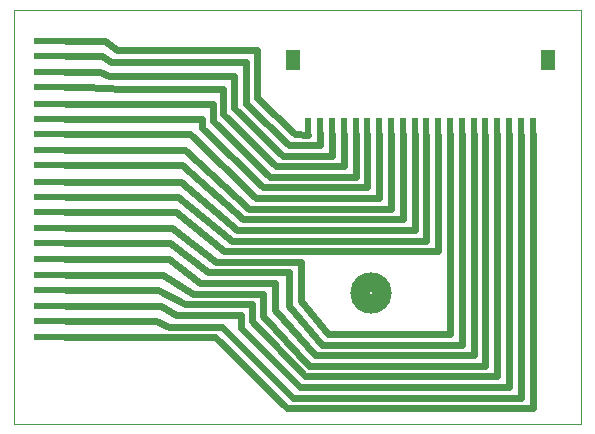
<source format=gbr>
%FSLAX34Y34*%
%MOMM*%
%LNCOPPER_TOP*%
G71*
G01*
%ADD10C, 0.00*%
%ADD11R, 1.20X1.80*%
%ADD12R, 0.60X1.60*%
%ADD13C, 3.50*%
%ADD14C, 0.60*%
%ADD15R, 3.00X0.60*%
%ADD16C, 0.30*%
%LPD*%
G54D10*
X0Y350000D02*
X480000Y350000D01*
X480000Y0D01*
X0Y0D01*
X0Y350000D01*
X452000Y308000D02*
G54D11*
D03*
X236000Y308000D02*
G54D11*
D03*
X439000Y251000D02*
G54D12*
D03*
X429000Y251000D02*
G54D12*
D03*
X419000Y251000D02*
G54D12*
D03*
X409000Y251000D02*
G54D12*
D03*
X399000Y251000D02*
G54D12*
D03*
X389000Y251000D02*
G54D12*
D03*
X379000Y251000D02*
G54D12*
D03*
X369000Y251000D02*
G54D12*
D03*
X359000Y251000D02*
G54D12*
D03*
X349000Y251000D02*
G54D12*
D03*
X339000Y251000D02*
G54D12*
D03*
X329000Y251000D02*
G54D12*
D03*
X319000Y251000D02*
G54D12*
D03*
X309000Y251000D02*
G54D12*
D03*
X299000Y251000D02*
G54D12*
D03*
X289000Y251000D02*
G54D12*
D03*
X279000Y251000D02*
G54D12*
D03*
X269000Y251000D02*
G54D12*
D03*
X259000Y251000D02*
G54D12*
D03*
X249000Y251000D02*
G54D12*
D03*
X302000Y111000D02*
G54D13*
D03*
G54D14*
X249000Y244000D02*
X238000Y245000D01*
X206000Y276000D01*
X206000Y316000D01*
X87000Y316000D01*
X77000Y324000D01*
X44000Y324000D01*
G54D14*
X259000Y246000D02*
X259000Y236000D01*
X233000Y236000D01*
X196000Y271000D01*
X196000Y306000D01*
X82000Y306000D01*
X74000Y311000D01*
X44000Y311000D01*
G54D14*
X43000Y298000D02*
X73000Y298000D01*
X80000Y294000D01*
X186000Y294000D01*
X186000Y267000D01*
X228000Y227000D01*
X269000Y227000D01*
X269000Y245000D01*
G54D14*
X279000Y245000D02*
X279000Y218000D01*
X222000Y218000D01*
X177000Y262000D01*
X177000Y283000D01*
X92000Y283000D01*
X60000Y285000D01*
X43000Y285000D01*
G54D14*
X44000Y271000D02*
X168000Y271000D01*
X168000Y256000D01*
X217000Y209000D01*
X289000Y209000D01*
X289000Y245000D01*
G54D14*
X299000Y245000D02*
X299000Y200000D01*
X211000Y200000D01*
X159000Y250000D01*
X159000Y258000D01*
X43000Y258000D01*
G54D14*
X309000Y245000D02*
X309000Y191000D01*
X205000Y191000D01*
X149000Y245000D01*
X43000Y245000D01*
G54D14*
X43000Y232000D02*
X145000Y232000D01*
X199000Y182000D01*
X319000Y182000D01*
X319000Y245000D01*
G54D14*
X43000Y219000D02*
X142000Y219000D01*
X194000Y173000D01*
X329000Y173000D01*
X329000Y245000D01*
G54D14*
X43000Y205000D02*
X141000Y205000D01*
X189000Y164000D01*
X339000Y164000D01*
X339000Y245000D01*
G54D14*
X44000Y192000D02*
X139000Y192000D01*
X184000Y155000D01*
X349000Y155000D01*
X349000Y244000D01*
G54D14*
X369000Y245000D02*
X369000Y76000D01*
X266000Y76000D01*
X243000Y104000D01*
X243000Y137000D01*
X171000Y137000D01*
X134000Y166000D01*
X44000Y166000D01*
G54D14*
X379000Y245000D02*
X379000Y67000D01*
X261000Y67000D01*
X233000Y100000D01*
X233000Y128000D01*
X164000Y128000D01*
X132000Y153000D01*
X43000Y153000D01*
G54D14*
X389000Y245000D02*
X389000Y58000D01*
X255000Y58000D01*
X221000Y96000D01*
X221000Y119000D01*
X157000Y119000D01*
X131000Y139000D01*
X43000Y139000D01*
G54D14*
X399000Y244000D02*
X399000Y49000D01*
X250000Y49000D01*
X211000Y91000D01*
X211000Y110000D01*
X151000Y110000D01*
X126000Y126000D01*
X44000Y126000D01*
G54D14*
X44000Y113000D02*
X122000Y113000D01*
X145000Y101000D01*
X201000Y101000D01*
X201000Y87000D01*
X246000Y40000D01*
X409000Y40000D01*
X409000Y245000D01*
G54D14*
X419000Y245000D02*
X419000Y31000D01*
X242000Y31000D01*
X192000Y81000D01*
X192000Y92000D01*
X137000Y92000D01*
X124000Y100000D01*
X44000Y100000D01*
G54D14*
X43000Y179000D02*
X137000Y179000D01*
X178000Y146000D01*
X359000Y146000D01*
X359000Y244000D01*
G54D14*
X429000Y244000D02*
X429000Y22000D01*
X236000Y22000D01*
X176000Y82000D01*
X131000Y82000D01*
X120000Y87000D01*
X44000Y87000D01*
G54D14*
X43000Y73000D02*
X170000Y73000D01*
X231000Y13000D01*
X439000Y13000D01*
X439000Y245000D01*
X31000Y324000D02*
G54D15*
D03*
X31000Y311000D02*
G54D15*
D03*
X31000Y298000D02*
G54D15*
D03*
X31000Y285000D02*
G54D15*
D03*
X31000Y271000D02*
G54D15*
D03*
X31000Y258000D02*
G54D15*
D03*
X31000Y245000D02*
G54D15*
D03*
X31000Y232000D02*
G54D15*
D03*
X31000Y219000D02*
G54D15*
D03*
X31000Y205000D02*
G54D15*
D03*
X31000Y192000D02*
G54D15*
D03*
X31000Y179000D02*
G54D15*
D03*
X31000Y166000D02*
G54D15*
D03*
X31000Y153000D02*
G54D15*
D03*
X31000Y139000D02*
G54D15*
D03*
X31000Y126000D02*
G54D15*
D03*
X31000Y113000D02*
G54D15*
D03*
X31000Y100000D02*
G54D15*
D03*
X31000Y87000D02*
G54D15*
D03*
X31000Y73000D02*
G54D15*
D03*
%LNAUGENFREISTANZEN*%
%LPC*%
X302000Y111000D02*
G54D16*
D03*
M02*

</source>
